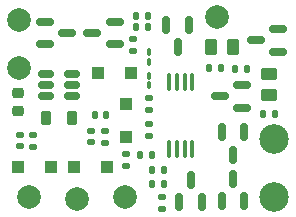
<source format=gts>
%TF.GenerationSoftware,KiCad,Pcbnew,6.0.4-6f826c9f35~116~ubuntu20.04.1*%
%TF.CreationDate,2022-03-30T22:07:09-04:00*%
%TF.ProjectId,v0.1_TACS_board,76302e31-5f54-4414-9353-5f626f617264,rev?*%
%TF.SameCoordinates,Original*%
%TF.FileFunction,Soldermask,Top*%
%TF.FilePolarity,Negative*%
%FSLAX46Y46*%
G04 Gerber Fmt 4.6, Leading zero omitted, Abs format (unit mm)*
G04 Created by KiCad (PCBNEW 6.0.4-6f826c9f35~116~ubuntu20.04.1) date 2022-03-30 22:07:09*
%MOMM*%
%LPD*%
G01*
G04 APERTURE LIST*
G04 Aperture macros list*
%AMRoundRect*
0 Rectangle with rounded corners*
0 $1 Rounding radius*
0 $2 $3 $4 $5 $6 $7 $8 $9 X,Y pos of 4 corners*
0 Add a 4 corners polygon primitive as box body*
4,1,4,$2,$3,$4,$5,$6,$7,$8,$9,$2,$3,0*
0 Add four circle primitives for the rounded corners*
1,1,$1+$1,$2,$3*
1,1,$1+$1,$4,$5*
1,1,$1+$1,$6,$7*
1,1,$1+$1,$8,$9*
0 Add four rect primitives between the rounded corners*
20,1,$1+$1,$2,$3,$4,$5,0*
20,1,$1+$1,$4,$5,$6,$7,0*
20,1,$1+$1,$6,$7,$8,$9,0*
20,1,$1+$1,$8,$9,$2,$3,0*%
G04 Aperture macros list end*
%ADD10C,2.500000*%
%ADD11C,2.000000*%
%ADD12RoundRect,0.150000X0.587500X0.150000X-0.587500X0.150000X-0.587500X-0.150000X0.587500X-0.150000X0*%
%ADD13RoundRect,0.100000X-0.100000X0.217500X-0.100000X-0.217500X0.100000X-0.217500X0.100000X0.217500X0*%
%ADD14RoundRect,0.100000X0.100000X-0.217500X0.100000X0.217500X-0.100000X0.217500X-0.100000X-0.217500X0*%
%ADD15RoundRect,0.250000X0.262500X0.450000X-0.262500X0.450000X-0.262500X-0.450000X0.262500X-0.450000X0*%
%ADD16RoundRect,0.135000X-0.135000X-0.185000X0.135000X-0.185000X0.135000X0.185000X-0.135000X0.185000X0*%
%ADD17RoundRect,0.135000X-0.185000X0.135000X-0.185000X-0.135000X0.185000X-0.135000X0.185000X0.135000X0*%
%ADD18R,1.100000X1.100000*%
%ADD19RoundRect,0.150000X0.150000X-0.587500X0.150000X0.587500X-0.150000X0.587500X-0.150000X-0.587500X0*%
%ADD20RoundRect,0.218750X-0.218750X-0.381250X0.218750X-0.381250X0.218750X0.381250X-0.218750X0.381250X0*%
%ADD21RoundRect,0.140000X-0.170000X0.140000X-0.170000X-0.140000X0.170000X-0.140000X0.170000X0.140000X0*%
%ADD22RoundRect,0.250000X-0.450000X0.262500X-0.450000X-0.262500X0.450000X-0.262500X0.450000X0.262500X0*%
%ADD23RoundRect,0.140000X-0.140000X-0.170000X0.140000X-0.170000X0.140000X0.170000X-0.140000X0.170000X0*%
%ADD24RoundRect,0.150000X-0.587500X-0.150000X0.587500X-0.150000X0.587500X0.150000X-0.587500X0.150000X0*%
%ADD25RoundRect,0.135000X0.135000X0.185000X-0.135000X0.185000X-0.135000X-0.185000X0.135000X-0.185000X0*%
%ADD26RoundRect,0.135000X0.185000X-0.135000X0.185000X0.135000X-0.185000X0.135000X-0.185000X-0.135000X0*%
%ADD27RoundRect,0.100000X0.100000X-0.637500X0.100000X0.637500X-0.100000X0.637500X-0.100000X-0.637500X0*%
%ADD28RoundRect,0.150000X-0.150000X0.587500X-0.150000X-0.587500X0.150000X-0.587500X0.150000X0.587500X0*%
%ADD29RoundRect,0.225000X-0.250000X0.225000X-0.250000X-0.225000X0.250000X-0.225000X0.250000X0.225000X0*%
%ADD30RoundRect,0.150000X0.512500X0.150000X-0.512500X0.150000X-0.512500X-0.150000X0.512500X-0.150000X0*%
G04 APERTURE END LIST*
D10*
%TO.C,U2*%
X82800000Y-45950000D03*
X82800000Y-50850000D03*
%TD*%
D11*
%TO.C,BT1*%
X61200000Y-39900000D03*
X61200000Y-35900000D03*
%TD*%
%TO.C,J4*%
X66100000Y-51000000D03*
%TD*%
%TO.C,J2*%
X62100000Y-50900000D03*
%TD*%
D12*
%TO.C,Q8*%
X67425000Y-37000000D03*
X69300000Y-36050000D03*
X69300000Y-37950000D03*
%TD*%
D13*
%TO.C,R16*%
X72200000Y-40592500D03*
X72200000Y-41407500D03*
%TD*%
D14*
%TO.C,R15*%
X72200000Y-39407500D03*
X72200000Y-38592500D03*
%TD*%
D15*
%TO.C,R12*%
X79312500Y-38200000D03*
X77487500Y-38200000D03*
%TD*%
D11*
%TO.C,J3*%
X70200000Y-50900000D03*
%TD*%
D16*
%TO.C,R7*%
X81890000Y-43800000D03*
X82910000Y-43800000D03*
%TD*%
%TO.C,R3*%
X72440000Y-48537500D03*
X73460000Y-48537500D03*
%TD*%
D17*
%TO.C,R10*%
X73350000Y-50827500D03*
X73350000Y-51847500D03*
%TD*%
D18*
%TO.C,D3*%
X67900000Y-40350000D03*
X70700000Y-40350000D03*
%TD*%
D19*
%TO.C,Q7*%
X78400000Y-51225000D03*
X80300000Y-51225000D03*
X79350000Y-49350000D03*
%TD*%
D12*
%TO.C,Q2*%
X80087500Y-43287500D03*
X80087500Y-41387500D03*
X78212500Y-42337500D03*
%TD*%
D19*
%TO.C,Q3*%
X74800000Y-51275000D03*
X76700000Y-51275000D03*
X75750000Y-49400000D03*
%TD*%
D20*
%TO.C,L1*%
X65662500Y-44200000D03*
X63537500Y-44200000D03*
%TD*%
D18*
%TO.C,D1*%
X61100000Y-48350000D03*
X63900000Y-48350000D03*
%TD*%
D21*
%TO.C,C6*%
X72200000Y-45680000D03*
X72200000Y-44720000D03*
%TD*%
D22*
%TO.C,R5*%
X82350000Y-40425000D03*
X82350000Y-42250000D03*
%TD*%
D21*
%TO.C,C1*%
X61300000Y-45620000D03*
X61300000Y-46580000D03*
%TD*%
%TO.C,C3*%
X67300000Y-46230000D03*
X67300000Y-45270000D03*
%TD*%
%TO.C,C2*%
X62400000Y-46600000D03*
X62400000Y-45640000D03*
%TD*%
D23*
%TO.C,C4*%
X67620000Y-43950000D03*
X68580000Y-43950000D03*
%TD*%
D12*
%TO.C,Q1*%
X83137500Y-38550000D03*
X83137500Y-36650000D03*
X81262500Y-37600000D03*
%TD*%
D24*
%TO.C,Q6*%
X63387500Y-36050000D03*
X63387500Y-37950000D03*
X65262500Y-37000000D03*
%TD*%
D25*
%TO.C,R2*%
X72460000Y-47337500D03*
X71440000Y-47337500D03*
%TD*%
%TO.C,R1*%
X72110000Y-35500000D03*
X71090000Y-35500000D03*
%TD*%
D26*
%TO.C,R14*%
X70300000Y-48260000D03*
X70300000Y-47240000D03*
%TD*%
D16*
%TO.C,R8*%
X73460000Y-49737500D03*
X72440000Y-49737500D03*
%TD*%
D27*
%TO.C,U1*%
X73945000Y-41115000D03*
X74595000Y-41115000D03*
X75245000Y-41115000D03*
X75895000Y-41115000D03*
X75895000Y-46840000D03*
X75245000Y-46840000D03*
X74595000Y-46840000D03*
X73945000Y-46840000D03*
%TD*%
D26*
%TO.C,R9*%
X70900000Y-38510000D03*
X70900000Y-37490000D03*
%TD*%
D21*
%TO.C,C7*%
X72200000Y-42520000D03*
X72200000Y-43480000D03*
%TD*%
D11*
%TO.C,J1*%
X78000000Y-35600000D03*
%TD*%
D28*
%TO.C,Q5*%
X80300000Y-45400000D03*
X78400000Y-45400000D03*
X79350000Y-47275000D03*
%TD*%
D18*
%TO.C,D4*%
X68700000Y-48350000D03*
X65900000Y-48350000D03*
%TD*%
D29*
%TO.C,C5*%
X61100000Y-43575000D03*
X61100000Y-42025000D03*
%TD*%
D28*
%TO.C,Q4*%
X75600000Y-36262500D03*
X73700000Y-36262500D03*
X74650000Y-38137500D03*
%TD*%
D17*
%TO.C,R13*%
X68500000Y-46260000D03*
X68500000Y-45240000D03*
%TD*%
D18*
%TO.C,D2*%
X70300000Y-42950000D03*
X70300000Y-45750000D03*
%TD*%
D16*
%TO.C,R4*%
X72110000Y-36500000D03*
X71090000Y-36500000D03*
%TD*%
D30*
%TO.C,U3*%
X63462500Y-42350000D03*
X63462500Y-41400000D03*
X63462500Y-40450000D03*
X65737500Y-40450000D03*
X65737500Y-41400000D03*
X65737500Y-42350000D03*
%TD*%
D25*
%TO.C,R6*%
X80510000Y-40000000D03*
X79490000Y-40000000D03*
%TD*%
%TO.C,R11*%
X78310000Y-39900000D03*
X77290000Y-39900000D03*
%TD*%
M02*

</source>
